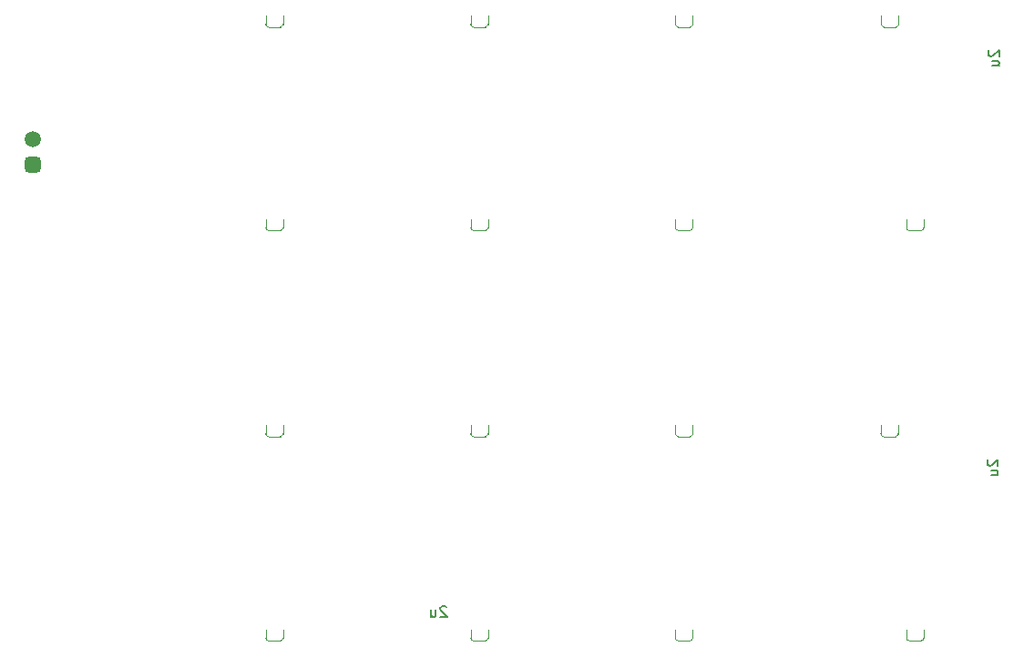
<source format=gbr>
%TF.GenerationSoftware,KiCad,Pcbnew,(7.0.0)*%
%TF.CreationDate,2023-06-29T20:35:03+03:00*%
%TF.ProjectId,kapeebar-a,6b617065-6562-4617-922d-612e6b696361,rev?*%
%TF.SameCoordinates,Original*%
%TF.FileFunction,Legend,Bot*%
%TF.FilePolarity,Positive*%
%FSLAX46Y46*%
G04 Gerber Fmt 4.6, Leading zero omitted, Abs format (unit mm)*
G04 Created by KiCad (PCBNEW (7.0.0)) date 2023-06-29 20:35:03*
%MOMM*%
%LPD*%
G01*
G04 APERTURE LIST*
G04 Aperture macros list*
%AMRoundRect*
0 Rectangle with rounded corners*
0 $1 Rounding radius*
0 $2 $3 $4 $5 $6 $7 $8 $9 X,Y pos of 4 corners*
0 Add a 4 corners polygon primitive as box body*
4,1,4,$2,$3,$4,$5,$6,$7,$8,$9,$2,$3,0*
0 Add four circle primitives for the rounded corners*
1,1,$1+$1,$2,$3*
1,1,$1+$1,$4,$5*
1,1,$1+$1,$6,$7*
1,1,$1+$1,$8,$9*
0 Add four rect primitives between the rounded corners*
20,1,$1+$1,$2,$3,$4,$5,0*
20,1,$1+$1,$4,$5,$6,$7,0*
20,1,$1+$1,$6,$7,$8,$9,0*
20,1,$1+$1,$8,$9,$2,$3,0*%
G04 Aperture macros list end*
%ADD10C,0.150000*%
%ADD11C,0.120000*%
%ADD12RoundRect,0.375000X-0.375000X0.375000X-0.375000X-0.375000X0.375000X-0.375000X0.375000X0.375000X0*%
%ADD13C,1.500000*%
G04 APERTURE END LIST*
D10*
%TO.C,SW12*%
X224651369Y-67161905D02*
X224603750Y-67209524D01*
X224603750Y-67209524D02*
X224556130Y-67304762D01*
X224556130Y-67304762D02*
X224556130Y-67542857D01*
X224556130Y-67542857D02*
X224603750Y-67638095D01*
X224603750Y-67638095D02*
X224651369Y-67685714D01*
X224651369Y-67685714D02*
X224746607Y-67733333D01*
X224746607Y-67733333D02*
X224841845Y-67733333D01*
X224841845Y-67733333D02*
X224984702Y-67685714D01*
X224984702Y-67685714D02*
X225556130Y-67114286D01*
X225556130Y-67114286D02*
X225556130Y-67733333D01*
X224889464Y-68590476D02*
X225556130Y-68590476D01*
X224889464Y-68161905D02*
X225413273Y-68161905D01*
X225413273Y-68161905D02*
X225508511Y-68209524D01*
X225508511Y-68209524D02*
X225556130Y-68304762D01*
X225556130Y-68304762D02*
X225556130Y-68447619D01*
X225556130Y-68447619D02*
X225508511Y-68542857D01*
X225508511Y-68542857D02*
X225460892Y-68590476D01*
%TO.C,2u*%
X174206844Y-118982619D02*
X174159225Y-118935000D01*
X174159225Y-118935000D02*
X174063987Y-118887380D01*
X174063987Y-118887380D02*
X173825892Y-118887380D01*
X173825892Y-118887380D02*
X173730654Y-118935000D01*
X173730654Y-118935000D02*
X173683035Y-118982619D01*
X173683035Y-118982619D02*
X173635416Y-119077857D01*
X173635416Y-119077857D02*
X173635416Y-119173095D01*
X173635416Y-119173095D02*
X173683035Y-119315952D01*
X173683035Y-119315952D02*
X174254463Y-119887380D01*
X174254463Y-119887380D02*
X173635416Y-119887380D01*
X172778273Y-119220714D02*
X172778273Y-119887380D01*
X173206844Y-119220714D02*
X173206844Y-119744523D01*
X173206844Y-119744523D02*
X173159225Y-119839761D01*
X173159225Y-119839761D02*
X173063987Y-119887380D01*
X173063987Y-119887380D02*
X172921130Y-119887380D01*
X172921130Y-119887380D02*
X172825892Y-119839761D01*
X172825892Y-119839761D02*
X172778273Y-119792142D01*
%TO.C,SW19*%
X224551369Y-105261905D02*
X224503750Y-105309524D01*
X224503750Y-105309524D02*
X224456130Y-105404762D01*
X224456130Y-105404762D02*
X224456130Y-105642857D01*
X224456130Y-105642857D02*
X224503750Y-105738095D01*
X224503750Y-105738095D02*
X224551369Y-105785714D01*
X224551369Y-105785714D02*
X224646607Y-105833333D01*
X224646607Y-105833333D02*
X224741845Y-105833333D01*
X224741845Y-105833333D02*
X224884702Y-105785714D01*
X224884702Y-105785714D02*
X225456130Y-105214286D01*
X225456130Y-105214286D02*
X225456130Y-105833333D01*
X224789464Y-106690476D02*
X225456130Y-106690476D01*
X224789464Y-106261905D02*
X225313273Y-106261905D01*
X225313273Y-106261905D02*
X225408511Y-106309524D01*
X225408511Y-106309524D02*
X225456130Y-106404762D01*
X225456130Y-106404762D02*
X225456130Y-106547619D01*
X225456130Y-106547619D02*
X225408511Y-106642857D01*
X225408511Y-106642857D02*
X225360892Y-106690476D01*
D11*
%TO.C,D6*%
X196843450Y-83926300D02*
X195731450Y-83926300D01*
X195477450Y-83672300D02*
X195477450Y-82896300D01*
X197097450Y-83672300D02*
X197097450Y-82896300D01*
X195477450Y-83672300D02*
G75*
G03*
X195731450Y-83926300I254000J0D01*
G01*
X196843450Y-83926300D02*
G75*
G03*
X197097450Y-83672300I0J254000D01*
G01*
%TO.C,D13*%
X218319750Y-122102000D02*
X217207750Y-122102000D01*
X216953750Y-121848000D02*
X216953750Y-121072000D01*
X218573750Y-121848000D02*
X218573750Y-121072000D01*
X216953750Y-121848000D02*
G75*
G03*
X217207750Y-122102000I254000J0D01*
G01*
X218319750Y-122102000D02*
G75*
G03*
X218573750Y-121848000I0J254000D01*
G01*
%TO.C,D8*%
X158769750Y-83926300D02*
X157657750Y-83926300D01*
X157403750Y-83672300D02*
X157403750Y-82896300D01*
X159023750Y-83672300D02*
X159023750Y-82896300D01*
X157403750Y-83672300D02*
G75*
G03*
X157657750Y-83926300I254000J0D01*
G01*
X158769750Y-83926300D02*
G75*
G03*
X159023750Y-83672300I0J254000D01*
G01*
%TO.C,D4*%
X158769750Y-65000000D02*
X157657750Y-65000000D01*
X157403750Y-64746000D02*
X157403750Y-63970000D01*
X159023750Y-64746000D02*
X159023750Y-63970000D01*
X157403750Y-64746000D02*
G75*
G03*
X157657750Y-65000000I254000J0D01*
G01*
X158769750Y-65000000D02*
G75*
G03*
X159023750Y-64746000I0J254000D01*
G01*
%TO.C,D14*%
X196843450Y-122102000D02*
X195731450Y-122102000D01*
X195477450Y-121848000D02*
X195477450Y-121072000D01*
X197097450Y-121848000D02*
X197097450Y-121072000D01*
X195477450Y-121848000D02*
G75*
G03*
X195731450Y-122102000I254000J0D01*
G01*
X196843450Y-122102000D02*
G75*
G03*
X197097450Y-121848000I0J254000D01*
G01*
%TO.C,D15*%
X177819750Y-122102000D02*
X176707750Y-122102000D01*
X176453750Y-121848000D02*
X176453750Y-121072000D01*
X178073750Y-121848000D02*
X178073750Y-121072000D01*
X176453750Y-121848000D02*
G75*
G03*
X176707750Y-122102000I254000J0D01*
G01*
X177819750Y-122102000D02*
G75*
G03*
X178073750Y-121848000I0J254000D01*
G01*
%TO.C,D2*%
X196843450Y-65000000D02*
X195731450Y-65000000D01*
X195477450Y-64746000D02*
X195477450Y-63970000D01*
X197097450Y-64746000D02*
X197097450Y-63970000D01*
X195477450Y-64746000D02*
G75*
G03*
X195731450Y-65000000I254000J0D01*
G01*
X196843450Y-65000000D02*
G75*
G03*
X197097450Y-64746000I0J254000D01*
G01*
%TO.C,D11*%
X177819750Y-103093000D02*
X176707750Y-103093000D01*
X176453750Y-102839000D02*
X176453750Y-102063000D01*
X178073750Y-102839000D02*
X178073750Y-102063000D01*
X176453750Y-102839000D02*
G75*
G03*
X176707750Y-103093000I254000J0D01*
G01*
X177819750Y-103093000D02*
G75*
G03*
X178073750Y-102839000I0J254000D01*
G01*
%TO.C,D9*%
X215936400Y-103093000D02*
X214824400Y-103093000D01*
X214570400Y-102839000D02*
X214570400Y-102063000D01*
X216190400Y-102839000D02*
X216190400Y-102063000D01*
X214570400Y-102839000D02*
G75*
G03*
X214824400Y-103093000I254000J0D01*
G01*
X215936400Y-103093000D02*
G75*
G03*
X216190400Y-102839000I0J254000D01*
G01*
%TO.C,D7*%
X177819750Y-83926300D02*
X176707750Y-83926300D01*
X176453750Y-83672300D02*
X176453750Y-82896300D01*
X178073750Y-83672300D02*
X178073750Y-82896300D01*
X176453750Y-83672300D02*
G75*
G03*
X176707750Y-83926300I254000J0D01*
G01*
X177819750Y-83926300D02*
G75*
G03*
X178073750Y-83672300I0J254000D01*
G01*
%TO.C,D3*%
X177819750Y-65000000D02*
X176707750Y-65000000D01*
X176453750Y-64746000D02*
X176453750Y-63970000D01*
X178073750Y-64746000D02*
X178073750Y-63970000D01*
X176453750Y-64746000D02*
G75*
G03*
X176707750Y-65000000I254000J0D01*
G01*
X177819750Y-65000000D02*
G75*
G03*
X178073750Y-64746000I0J254000D01*
G01*
%TO.C,D10*%
X196843450Y-103093000D02*
X195731450Y-103093000D01*
X195477450Y-102839000D02*
X195477450Y-102063000D01*
X197097450Y-102839000D02*
X197097450Y-102063000D01*
X195477450Y-102839000D02*
G75*
G03*
X195731450Y-103093000I254000J0D01*
G01*
X196843450Y-103093000D02*
G75*
G03*
X197097450Y-102839000I0J254000D01*
G01*
%TO.C,D16*%
X158769750Y-122102000D02*
X157657750Y-122102000D01*
X157403750Y-121848000D02*
X157403750Y-121072000D01*
X159023750Y-121848000D02*
X159023750Y-121072000D01*
X157403750Y-121848000D02*
G75*
G03*
X157657750Y-122102000I254000J0D01*
G01*
X158769750Y-122102000D02*
G75*
G03*
X159023750Y-121848000I0J254000D01*
G01*
%TO.C,D12*%
X158769750Y-103093000D02*
X157657750Y-103093000D01*
X157403750Y-102839000D02*
X157403750Y-102063000D01*
X159023750Y-102839000D02*
X159023750Y-102063000D01*
X157403750Y-102839000D02*
G75*
G03*
X157657750Y-103093000I254000J0D01*
G01*
X158769750Y-103093000D02*
G75*
G03*
X159023750Y-102839000I0J254000D01*
G01*
%TO.C,D1*%
X215973450Y-65000000D02*
X214861450Y-65000000D01*
X214607450Y-64746000D02*
X214607450Y-63970000D01*
X216227450Y-64746000D02*
X216227450Y-63970000D01*
X214607450Y-64746000D02*
G75*
G03*
X214861450Y-65000000I254000J0D01*
G01*
X215973450Y-65000000D02*
G75*
G03*
X216227450Y-64746000I0J254000D01*
G01*
%TO.C,D5*%
X218319750Y-83926300D02*
X217207750Y-83926300D01*
X216953750Y-83672300D02*
X216953750Y-82896300D01*
X218573750Y-83672300D02*
X218573750Y-82896300D01*
X216953750Y-83672300D02*
G75*
G03*
X217207750Y-83926300I254000J0D01*
G01*
X218319750Y-83926300D02*
G75*
G03*
X218573750Y-83672300I0J254000D01*
G01*
%TD*%
D12*
%TO.C,J1*%
X135731250Y-77787500D03*
%TD*%
D13*
%TO.C,J2*%
X135731250Y-75406250D03*
%TD*%
M02*

</source>
